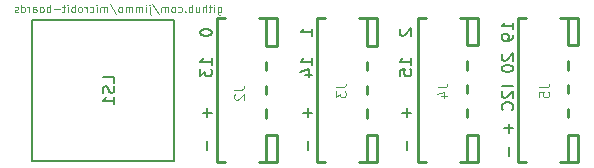
<source format=gbr>
G04 #@! TF.FileFunction,Legend,Bot*
%FSLAX46Y46*%
G04 Gerber Fmt 4.6, Leading zero omitted, Abs format (unit mm)*
G04 Created by KiCad (PCBNEW 4.0.7) date Thu Nov 30 10:56:44 2017*
%MOMM*%
%LPD*%
G01*
G04 APERTURE LIST*
%ADD10C,0.100000*%
%ADD11C,0.200000*%
%ADD12C,0.120000*%
%ADD13C,0.254000*%
%ADD14C,0.150000*%
%ADD15C,0.097790*%
G04 APERTURE END LIST*
D10*
D11*
X168346381Y-86320953D02*
X168346381Y-85749524D01*
X168346381Y-86035238D02*
X167346381Y-86035238D01*
X167489238Y-85940000D01*
X167584476Y-85844762D01*
X167632095Y-85749524D01*
X168346381Y-86797143D02*
X168346381Y-86987619D01*
X168298762Y-87082858D01*
X168251143Y-87130477D01*
X168108286Y-87225715D01*
X167917810Y-87273334D01*
X167536857Y-87273334D01*
X167441619Y-87225715D01*
X167394000Y-87178096D01*
X167346381Y-87082858D01*
X167346381Y-86892381D01*
X167394000Y-86797143D01*
X167441619Y-86749524D01*
X167536857Y-86701905D01*
X167774952Y-86701905D01*
X167870190Y-86749524D01*
X167917810Y-86797143D01*
X167965429Y-86892381D01*
X167965429Y-87082858D01*
X167917810Y-87178096D01*
X167870190Y-87225715D01*
X167774952Y-87273334D01*
X167441619Y-88416191D02*
X167394000Y-88463810D01*
X167346381Y-88559048D01*
X167346381Y-88797144D01*
X167394000Y-88892382D01*
X167441619Y-88940001D01*
X167536857Y-88987620D01*
X167632095Y-88987620D01*
X167774952Y-88940001D01*
X168346381Y-88368572D01*
X168346381Y-88987620D01*
X167346381Y-89606667D02*
X167346381Y-89701906D01*
X167394000Y-89797144D01*
X167441619Y-89844763D01*
X167536857Y-89892382D01*
X167727333Y-89940001D01*
X167965429Y-89940001D01*
X168155905Y-89892382D01*
X168251143Y-89844763D01*
X168298762Y-89797144D01*
X168346381Y-89701906D01*
X168346381Y-89606667D01*
X168298762Y-89511429D01*
X168251143Y-89463810D01*
X168155905Y-89416191D01*
X167965429Y-89368572D01*
X167727333Y-89368572D01*
X167536857Y-89416191D01*
X167441619Y-89463810D01*
X167394000Y-89511429D01*
X167346381Y-89606667D01*
X168346381Y-91130477D02*
X167346381Y-91130477D01*
X167441619Y-91559048D02*
X167394000Y-91606667D01*
X167346381Y-91701905D01*
X167346381Y-91940001D01*
X167394000Y-92035239D01*
X167441619Y-92082858D01*
X167536857Y-92130477D01*
X167632095Y-92130477D01*
X167774952Y-92082858D01*
X168346381Y-91511429D01*
X168346381Y-92130477D01*
X168251143Y-93130477D02*
X168298762Y-93082858D01*
X168346381Y-92940001D01*
X168346381Y-92844763D01*
X168298762Y-92701905D01*
X168203524Y-92606667D01*
X168108286Y-92559048D01*
X167917810Y-92511429D01*
X167774952Y-92511429D01*
X167584476Y-92559048D01*
X167489238Y-92606667D01*
X167394000Y-92701905D01*
X167346381Y-92844763D01*
X167346381Y-92940001D01*
X167394000Y-93082858D01*
X167441619Y-93130477D01*
X167965429Y-94320953D02*
X167965429Y-95082858D01*
X168346381Y-94701906D02*
X167584476Y-94701906D01*
X167965429Y-96320953D02*
X167965429Y-97082858D01*
X158805619Y-86297142D02*
X158758000Y-86344761D01*
X158710381Y-86439999D01*
X158710381Y-86678095D01*
X158758000Y-86773333D01*
X158805619Y-86820952D01*
X158900857Y-86868571D01*
X158996095Y-86868571D01*
X159138952Y-86820952D01*
X159710381Y-86249523D01*
X159710381Y-86868571D01*
X159710381Y-89344762D02*
X159710381Y-88773333D01*
X159710381Y-89059047D02*
X158710381Y-89059047D01*
X158853238Y-88963809D01*
X158948476Y-88868571D01*
X158996095Y-88773333D01*
X158710381Y-90249524D02*
X158710381Y-89773333D01*
X159186571Y-89725714D01*
X159138952Y-89773333D01*
X159091333Y-89868571D01*
X159091333Y-90106667D01*
X159138952Y-90201905D01*
X159186571Y-90249524D01*
X159281810Y-90297143D01*
X159519905Y-90297143D01*
X159615143Y-90249524D01*
X159662762Y-90201905D01*
X159710381Y-90106667D01*
X159710381Y-89868571D01*
X159662762Y-89773333D01*
X159615143Y-89725714D01*
X159329429Y-93011429D02*
X159329429Y-93773334D01*
X159710381Y-93392382D02*
X158948476Y-93392382D01*
X159329429Y-95773334D02*
X159329429Y-96535239D01*
X151328381Y-86868571D02*
X151328381Y-86297142D01*
X151328381Y-86582856D02*
X150328381Y-86582856D01*
X150471238Y-86487618D01*
X150566476Y-86392380D01*
X150614095Y-86297142D01*
X151328381Y-89344762D02*
X151328381Y-88773333D01*
X151328381Y-89059047D02*
X150328381Y-89059047D01*
X150471238Y-88963809D01*
X150566476Y-88868571D01*
X150614095Y-88773333D01*
X150661714Y-90201905D02*
X151328381Y-90201905D01*
X150280762Y-89963809D02*
X150995048Y-89725714D01*
X150995048Y-90344762D01*
X150947429Y-93011429D02*
X150947429Y-93773334D01*
X151328381Y-93392382D02*
X150566476Y-93392382D01*
X150947429Y-95773334D02*
X150947429Y-96535239D01*
X141819381Y-86535237D02*
X141819381Y-86630476D01*
X141867000Y-86725714D01*
X141914619Y-86773333D01*
X142009857Y-86820952D01*
X142200333Y-86868571D01*
X142438429Y-86868571D01*
X142628905Y-86820952D01*
X142724143Y-86773333D01*
X142771762Y-86725714D01*
X142819381Y-86630476D01*
X142819381Y-86535237D01*
X142771762Y-86439999D01*
X142724143Y-86392380D01*
X142628905Y-86344761D01*
X142438429Y-86297142D01*
X142200333Y-86297142D01*
X142009857Y-86344761D01*
X141914619Y-86392380D01*
X141867000Y-86439999D01*
X141819381Y-86535237D01*
X142819381Y-89344762D02*
X142819381Y-88773333D01*
X142819381Y-89059047D02*
X141819381Y-89059047D01*
X141962238Y-88963809D01*
X142057476Y-88868571D01*
X142105095Y-88773333D01*
X141819381Y-89678095D02*
X141819381Y-90297143D01*
X142200333Y-89963809D01*
X142200333Y-90106667D01*
X142247952Y-90201905D01*
X142295571Y-90249524D01*
X142390810Y-90297143D01*
X142628905Y-90297143D01*
X142724143Y-90249524D01*
X142771762Y-90201905D01*
X142819381Y-90106667D01*
X142819381Y-89820952D01*
X142771762Y-89725714D01*
X142724143Y-89678095D01*
X142438429Y-93011429D02*
X142438429Y-93773334D01*
X142819381Y-93392382D02*
X142057476Y-93392382D01*
X142438429Y-95773334D02*
X142438429Y-96535239D01*
D12*
X143308524Y-84442714D02*
X143308524Y-84968905D01*
X143339476Y-85030810D01*
X143370428Y-85061762D01*
X143432333Y-85092714D01*
X143525190Y-85092714D01*
X143587095Y-85061762D01*
X143308524Y-84845095D02*
X143370428Y-84876048D01*
X143494238Y-84876048D01*
X143556143Y-84845095D01*
X143587095Y-84814143D01*
X143618047Y-84752238D01*
X143618047Y-84566524D01*
X143587095Y-84504619D01*
X143556143Y-84473667D01*
X143494238Y-84442714D01*
X143370428Y-84442714D01*
X143308524Y-84473667D01*
X142999000Y-84876048D02*
X142999000Y-84442714D01*
X142999000Y-84226048D02*
X143029952Y-84257000D01*
X142999000Y-84287952D01*
X142968048Y-84257000D01*
X142999000Y-84226048D01*
X142999000Y-84287952D01*
X142782333Y-84442714D02*
X142534714Y-84442714D01*
X142689476Y-84226048D02*
X142689476Y-84783190D01*
X142658524Y-84845095D01*
X142596619Y-84876048D01*
X142534714Y-84876048D01*
X142318047Y-84876048D02*
X142318047Y-84226048D01*
X142039476Y-84876048D02*
X142039476Y-84535571D01*
X142070428Y-84473667D01*
X142132333Y-84442714D01*
X142225190Y-84442714D01*
X142287095Y-84473667D01*
X142318047Y-84504619D01*
X141451381Y-84442714D02*
X141451381Y-84876048D01*
X141729952Y-84442714D02*
X141729952Y-84783190D01*
X141699000Y-84845095D01*
X141637095Y-84876048D01*
X141544238Y-84876048D01*
X141482333Y-84845095D01*
X141451381Y-84814143D01*
X141141857Y-84876048D02*
X141141857Y-84226048D01*
X141141857Y-84473667D02*
X141079952Y-84442714D01*
X140956143Y-84442714D01*
X140894238Y-84473667D01*
X140863286Y-84504619D01*
X140832333Y-84566524D01*
X140832333Y-84752238D01*
X140863286Y-84814143D01*
X140894238Y-84845095D01*
X140956143Y-84876048D01*
X141079952Y-84876048D01*
X141141857Y-84845095D01*
X140553762Y-84814143D02*
X140522810Y-84845095D01*
X140553762Y-84876048D01*
X140584714Y-84845095D01*
X140553762Y-84814143D01*
X140553762Y-84876048D01*
X139965667Y-84845095D02*
X140027571Y-84876048D01*
X140151381Y-84876048D01*
X140213286Y-84845095D01*
X140244238Y-84814143D01*
X140275190Y-84752238D01*
X140275190Y-84566524D01*
X140244238Y-84504619D01*
X140213286Y-84473667D01*
X140151381Y-84442714D01*
X140027571Y-84442714D01*
X139965667Y-84473667D01*
X139594238Y-84876048D02*
X139656143Y-84845095D01*
X139687095Y-84814143D01*
X139718047Y-84752238D01*
X139718047Y-84566524D01*
X139687095Y-84504619D01*
X139656143Y-84473667D01*
X139594238Y-84442714D01*
X139501381Y-84442714D01*
X139439476Y-84473667D01*
X139408524Y-84504619D01*
X139377571Y-84566524D01*
X139377571Y-84752238D01*
X139408524Y-84814143D01*
X139439476Y-84845095D01*
X139501381Y-84876048D01*
X139594238Y-84876048D01*
X139099000Y-84876048D02*
X139099000Y-84442714D01*
X139099000Y-84504619D02*
X139068048Y-84473667D01*
X139006143Y-84442714D01*
X138913286Y-84442714D01*
X138851381Y-84473667D01*
X138820429Y-84535571D01*
X138820429Y-84876048D01*
X138820429Y-84535571D02*
X138789476Y-84473667D01*
X138727572Y-84442714D01*
X138634714Y-84442714D01*
X138572810Y-84473667D01*
X138541857Y-84535571D01*
X138541857Y-84876048D01*
X137768047Y-84195095D02*
X138325190Y-85030810D01*
X137551381Y-84442714D02*
X137551381Y-84999857D01*
X137582333Y-85061762D01*
X137644238Y-85092714D01*
X137675191Y-85092714D01*
X137551381Y-84226048D02*
X137582333Y-84257000D01*
X137551381Y-84287952D01*
X137520429Y-84257000D01*
X137551381Y-84226048D01*
X137551381Y-84287952D01*
X137241857Y-84876048D02*
X137241857Y-84442714D01*
X137241857Y-84226048D02*
X137272809Y-84257000D01*
X137241857Y-84287952D01*
X137210905Y-84257000D01*
X137241857Y-84226048D01*
X137241857Y-84287952D01*
X136932333Y-84876048D02*
X136932333Y-84442714D01*
X136932333Y-84504619D02*
X136901381Y-84473667D01*
X136839476Y-84442714D01*
X136746619Y-84442714D01*
X136684714Y-84473667D01*
X136653762Y-84535571D01*
X136653762Y-84876048D01*
X136653762Y-84535571D02*
X136622809Y-84473667D01*
X136560905Y-84442714D01*
X136468047Y-84442714D01*
X136406143Y-84473667D01*
X136375190Y-84535571D01*
X136375190Y-84876048D01*
X136065666Y-84876048D02*
X136065666Y-84442714D01*
X136065666Y-84504619D02*
X136034714Y-84473667D01*
X135972809Y-84442714D01*
X135879952Y-84442714D01*
X135818047Y-84473667D01*
X135787095Y-84535571D01*
X135787095Y-84876048D01*
X135787095Y-84535571D02*
X135756142Y-84473667D01*
X135694238Y-84442714D01*
X135601380Y-84442714D01*
X135539476Y-84473667D01*
X135508523Y-84535571D01*
X135508523Y-84876048D01*
X135106142Y-84876048D02*
X135168047Y-84845095D01*
X135198999Y-84814143D01*
X135229951Y-84752238D01*
X135229951Y-84566524D01*
X135198999Y-84504619D01*
X135168047Y-84473667D01*
X135106142Y-84442714D01*
X135013285Y-84442714D01*
X134951380Y-84473667D01*
X134920428Y-84504619D01*
X134889475Y-84566524D01*
X134889475Y-84752238D01*
X134920428Y-84814143D01*
X134951380Y-84845095D01*
X135013285Y-84876048D01*
X135106142Y-84876048D01*
X134146618Y-84195095D02*
X134703761Y-85030810D01*
X133929952Y-84876048D02*
X133929952Y-84442714D01*
X133929952Y-84504619D02*
X133899000Y-84473667D01*
X133837095Y-84442714D01*
X133744238Y-84442714D01*
X133682333Y-84473667D01*
X133651381Y-84535571D01*
X133651381Y-84876048D01*
X133651381Y-84535571D02*
X133620428Y-84473667D01*
X133558524Y-84442714D01*
X133465666Y-84442714D01*
X133403762Y-84473667D01*
X133372809Y-84535571D01*
X133372809Y-84876048D01*
X133063285Y-84876048D02*
X133063285Y-84442714D01*
X133063285Y-84226048D02*
X133094237Y-84257000D01*
X133063285Y-84287952D01*
X133032333Y-84257000D01*
X133063285Y-84226048D01*
X133063285Y-84287952D01*
X132475190Y-84845095D02*
X132537094Y-84876048D01*
X132660904Y-84876048D01*
X132722809Y-84845095D01*
X132753761Y-84814143D01*
X132784713Y-84752238D01*
X132784713Y-84566524D01*
X132753761Y-84504619D01*
X132722809Y-84473667D01*
X132660904Y-84442714D01*
X132537094Y-84442714D01*
X132475190Y-84473667D01*
X132196618Y-84876048D02*
X132196618Y-84442714D01*
X132196618Y-84566524D02*
X132165666Y-84504619D01*
X132134713Y-84473667D01*
X132072809Y-84442714D01*
X132010904Y-84442714D01*
X131701380Y-84876048D02*
X131763285Y-84845095D01*
X131794237Y-84814143D01*
X131825189Y-84752238D01*
X131825189Y-84566524D01*
X131794237Y-84504619D01*
X131763285Y-84473667D01*
X131701380Y-84442714D01*
X131608523Y-84442714D01*
X131546618Y-84473667D01*
X131515666Y-84504619D01*
X131484713Y-84566524D01*
X131484713Y-84752238D01*
X131515666Y-84814143D01*
X131546618Y-84845095D01*
X131608523Y-84876048D01*
X131701380Y-84876048D01*
X131206142Y-84876048D02*
X131206142Y-84226048D01*
X131206142Y-84473667D02*
X131144237Y-84442714D01*
X131020428Y-84442714D01*
X130958523Y-84473667D01*
X130927571Y-84504619D01*
X130896618Y-84566524D01*
X130896618Y-84752238D01*
X130927571Y-84814143D01*
X130958523Y-84845095D01*
X131020428Y-84876048D01*
X131144237Y-84876048D01*
X131206142Y-84845095D01*
X130618047Y-84876048D02*
X130618047Y-84442714D01*
X130618047Y-84226048D02*
X130648999Y-84257000D01*
X130618047Y-84287952D01*
X130587095Y-84257000D01*
X130618047Y-84226048D01*
X130618047Y-84287952D01*
X130401380Y-84442714D02*
X130153761Y-84442714D01*
X130308523Y-84226048D02*
X130308523Y-84783190D01*
X130277571Y-84845095D01*
X130215666Y-84876048D01*
X130153761Y-84876048D01*
X129937094Y-84628429D02*
X129441856Y-84628429D01*
X129132332Y-84876048D02*
X129132332Y-84226048D01*
X129132332Y-84473667D02*
X129070427Y-84442714D01*
X128946618Y-84442714D01*
X128884713Y-84473667D01*
X128853761Y-84504619D01*
X128822808Y-84566524D01*
X128822808Y-84752238D01*
X128853761Y-84814143D01*
X128884713Y-84845095D01*
X128946618Y-84876048D01*
X129070427Y-84876048D01*
X129132332Y-84845095D01*
X128451380Y-84876048D02*
X128513285Y-84845095D01*
X128544237Y-84814143D01*
X128575189Y-84752238D01*
X128575189Y-84566524D01*
X128544237Y-84504619D01*
X128513285Y-84473667D01*
X128451380Y-84442714D01*
X128358523Y-84442714D01*
X128296618Y-84473667D01*
X128265666Y-84504619D01*
X128234713Y-84566524D01*
X128234713Y-84752238D01*
X128265666Y-84814143D01*
X128296618Y-84845095D01*
X128358523Y-84876048D01*
X128451380Y-84876048D01*
X127677571Y-84876048D02*
X127677571Y-84535571D01*
X127708523Y-84473667D01*
X127770428Y-84442714D01*
X127894237Y-84442714D01*
X127956142Y-84473667D01*
X127677571Y-84845095D02*
X127739475Y-84876048D01*
X127894237Y-84876048D01*
X127956142Y-84845095D01*
X127987094Y-84783190D01*
X127987094Y-84721286D01*
X127956142Y-84659381D01*
X127894237Y-84628429D01*
X127739475Y-84628429D01*
X127677571Y-84597476D01*
X127368047Y-84876048D02*
X127368047Y-84442714D01*
X127368047Y-84566524D02*
X127337095Y-84504619D01*
X127306142Y-84473667D01*
X127244238Y-84442714D01*
X127182333Y-84442714D01*
X126687095Y-84876048D02*
X126687095Y-84226048D01*
X126687095Y-84845095D02*
X126748999Y-84876048D01*
X126872809Y-84876048D01*
X126934714Y-84845095D01*
X126965666Y-84814143D01*
X126996618Y-84752238D01*
X126996618Y-84566524D01*
X126965666Y-84504619D01*
X126934714Y-84473667D01*
X126872809Y-84442714D01*
X126748999Y-84442714D01*
X126687095Y-84473667D01*
X126408523Y-84845095D02*
X126346619Y-84876048D01*
X126222809Y-84876048D01*
X126160904Y-84845095D01*
X126129952Y-84783190D01*
X126129952Y-84752238D01*
X126160904Y-84690333D01*
X126222809Y-84659381D01*
X126315666Y-84659381D01*
X126377571Y-84628429D01*
X126408523Y-84566524D01*
X126408523Y-84535571D01*
X126377571Y-84473667D01*
X126315666Y-84442714D01*
X126222809Y-84442714D01*
X126160904Y-84473667D01*
D13*
X147427000Y-85400000D02*
X147427000Y-87700000D01*
X143227000Y-85400000D02*
X143227000Y-97600000D01*
X147427000Y-85400000D02*
X148327000Y-85400000D01*
X148327000Y-85400000D02*
X148327000Y-87700000D01*
X148327000Y-87700000D02*
X147427000Y-87700000D01*
X147427000Y-95300000D02*
X147427000Y-97600000D01*
X147427000Y-95300000D02*
X148327000Y-95300000D01*
X148327000Y-95300000D02*
X148327000Y-97600000D01*
X148327000Y-97600000D02*
X147427000Y-97600000D01*
X143227000Y-85400000D02*
X143927000Y-85400000D01*
X147427000Y-85400000D02*
X146781000Y-85400000D01*
X143227000Y-97600000D02*
X143927000Y-97600000D01*
X147427000Y-97600000D02*
X146781000Y-97600000D01*
X147427000Y-89100000D02*
X147427000Y-89800000D01*
X147427000Y-91100000D02*
X147427000Y-91800000D01*
X147427000Y-93100000D02*
X147427000Y-93800000D01*
X155927000Y-85400000D02*
X155927000Y-87700000D01*
X151727000Y-85400000D02*
X151727000Y-97600000D01*
X155927000Y-85400000D02*
X156827000Y-85400000D01*
X156827000Y-85400000D02*
X156827000Y-87700000D01*
X156827000Y-87700000D02*
X155927000Y-87700000D01*
X155927000Y-95300000D02*
X155927000Y-97600000D01*
X155927000Y-95300000D02*
X156827000Y-95300000D01*
X156827000Y-95300000D02*
X156827000Y-97600000D01*
X156827000Y-97600000D02*
X155927000Y-97600000D01*
X151727000Y-85400000D02*
X152427000Y-85400000D01*
X155927000Y-85400000D02*
X155281000Y-85400000D01*
X151727000Y-97600000D02*
X152427000Y-97600000D01*
X155927000Y-97600000D02*
X155281000Y-97600000D01*
X155927000Y-89100000D02*
X155927000Y-89800000D01*
X155927000Y-91100000D02*
X155927000Y-91800000D01*
X155927000Y-93100000D02*
X155927000Y-93800000D01*
X164427000Y-85340000D02*
X164427000Y-87640000D01*
X160227000Y-85340000D02*
X160227000Y-97540000D01*
X164427000Y-85340000D02*
X165327000Y-85340000D01*
X165327000Y-85340000D02*
X165327000Y-87640000D01*
X165327000Y-87640000D02*
X164427000Y-87640000D01*
X164427000Y-95240000D02*
X164427000Y-97540000D01*
X164427000Y-95240000D02*
X165327000Y-95240000D01*
X165327000Y-95240000D02*
X165327000Y-97540000D01*
X165327000Y-97540000D02*
X164427000Y-97540000D01*
X160227000Y-85340000D02*
X160927000Y-85340000D01*
X164427000Y-85340000D02*
X163781000Y-85340000D01*
X160227000Y-97540000D02*
X160927000Y-97540000D01*
X164427000Y-97540000D02*
X163781000Y-97540000D01*
X164427000Y-89040000D02*
X164427000Y-89740000D01*
X164427000Y-91040000D02*
X164427000Y-91740000D01*
X164427000Y-93040000D02*
X164427000Y-93740000D01*
X172927000Y-85340000D02*
X172927000Y-87640000D01*
X168727000Y-85340000D02*
X168727000Y-97540000D01*
X172927000Y-85340000D02*
X173827000Y-85340000D01*
X173827000Y-85340000D02*
X173827000Y-87640000D01*
X173827000Y-87640000D02*
X172927000Y-87640000D01*
X172927000Y-95240000D02*
X172927000Y-97540000D01*
X172927000Y-95240000D02*
X173827000Y-95240000D01*
X173827000Y-95240000D02*
X173827000Y-97540000D01*
X173827000Y-97540000D02*
X172927000Y-97540000D01*
X168727000Y-85340000D02*
X169427000Y-85340000D01*
X172927000Y-85340000D02*
X172281000Y-85340000D01*
X168727000Y-97540000D02*
X169427000Y-97540000D01*
X172927000Y-97540000D02*
X172281000Y-97540000D01*
X172927000Y-89040000D02*
X172927000Y-89740000D01*
X172927000Y-91040000D02*
X172927000Y-91740000D01*
X172927000Y-93040000D02*
X172927000Y-93740000D01*
D14*
X127600000Y-85500000D02*
X127600000Y-97500000D01*
X139600000Y-85500000D02*
X127600000Y-85500000D01*
X139600000Y-97500000D02*
X139600000Y-85500000D01*
X127600000Y-97500000D02*
X139600000Y-97500000D01*
D15*
X144715233Y-91442383D02*
X145318483Y-91442383D01*
X145439133Y-91402167D01*
X145519567Y-91321733D01*
X145559783Y-91201083D01*
X145559783Y-91120650D01*
X144795667Y-91804334D02*
X144755450Y-91844550D01*
X144715233Y-91924984D01*
X144715233Y-92126067D01*
X144755450Y-92206500D01*
X144795667Y-92246717D01*
X144876100Y-92286934D01*
X144956533Y-92286934D01*
X145077183Y-92246717D01*
X145559783Y-91764117D01*
X145559783Y-92286934D01*
X153315233Y-91242383D02*
X153918483Y-91242383D01*
X154039133Y-91202167D01*
X154119567Y-91121733D01*
X154159783Y-91001083D01*
X154159783Y-90920650D01*
X153315233Y-91564117D02*
X153315233Y-92086934D01*
X153636967Y-91805417D01*
X153636967Y-91926067D01*
X153677183Y-92006500D01*
X153717400Y-92046717D01*
X153797833Y-92086934D01*
X153998917Y-92086934D01*
X154079350Y-92046717D01*
X154119567Y-92006500D01*
X154159783Y-91926067D01*
X154159783Y-91684767D01*
X154119567Y-91604334D01*
X154079350Y-91564117D01*
X161915233Y-91242383D02*
X162518483Y-91242383D01*
X162639133Y-91202167D01*
X162719567Y-91121733D01*
X162759783Y-91001083D01*
X162759783Y-90920650D01*
X162196750Y-92006500D02*
X162759783Y-92006500D01*
X161875017Y-91805417D02*
X162478267Y-91604334D01*
X162478267Y-92127150D01*
X170515233Y-91242383D02*
X171118483Y-91242383D01*
X171239133Y-91202167D01*
X171319567Y-91121733D01*
X171359783Y-91001083D01*
X171359783Y-90920650D01*
X170515233Y-92046717D02*
X170515233Y-91644550D01*
X170917400Y-91604334D01*
X170877183Y-91644550D01*
X170836967Y-91724984D01*
X170836967Y-91926067D01*
X170877183Y-92006500D01*
X170917400Y-92046717D01*
X170997833Y-92086934D01*
X171198917Y-92086934D01*
X171279350Y-92046717D01*
X171319567Y-92006500D01*
X171359783Y-91926067D01*
X171359783Y-91724984D01*
X171319567Y-91644550D01*
X171279350Y-91604334D01*
D14*
X134552381Y-90857143D02*
X134552381Y-90380952D01*
X133552381Y-90380952D01*
X134504762Y-91142857D02*
X134552381Y-91285714D01*
X134552381Y-91523810D01*
X134504762Y-91619048D01*
X134457143Y-91666667D01*
X134361905Y-91714286D01*
X134266667Y-91714286D01*
X134171429Y-91666667D01*
X134123810Y-91619048D01*
X134076190Y-91523810D01*
X134028571Y-91333333D01*
X133980952Y-91238095D01*
X133933333Y-91190476D01*
X133838095Y-91142857D01*
X133742857Y-91142857D01*
X133647619Y-91190476D01*
X133600000Y-91238095D01*
X133552381Y-91333333D01*
X133552381Y-91571429D01*
X133600000Y-91714286D01*
X134552381Y-92666667D02*
X134552381Y-92095238D01*
X134552381Y-92380952D02*
X133552381Y-92380952D01*
X133695238Y-92285714D01*
X133790476Y-92190476D01*
X133838095Y-92095238D01*
M02*

</source>
